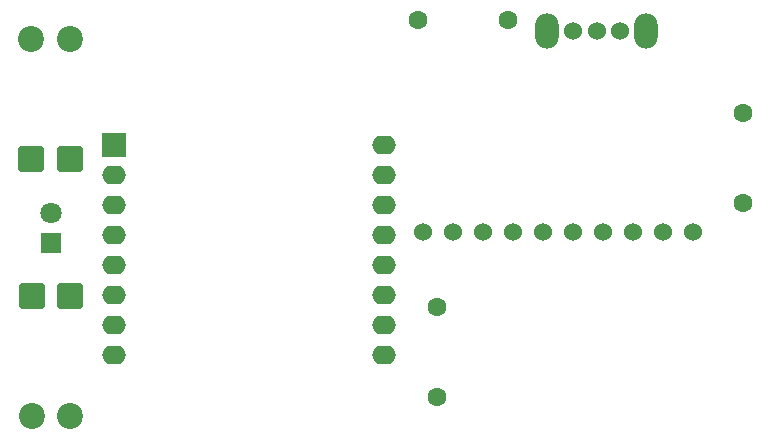
<source format=gbr>
%TF.GenerationSoftware,KiCad,Pcbnew,9.0.2*%
%TF.CreationDate,2025-06-21T17:34:22-04:00*%
%TF.ProjectId,CVISS_IMU_Tracker_Board,43564953-535f-4494-9d55-5f547261636b,rev?*%
%TF.SameCoordinates,Original*%
%TF.FileFunction,Soldermask,Bot*%
%TF.FilePolarity,Negative*%
%FSLAX46Y46*%
G04 Gerber Fmt 4.6, Leading zero omitted, Abs format (unit mm)*
G04 Created by KiCad (PCBNEW 9.0.2) date 2025-06-21 17:34:22*
%MOMM*%
%LPD*%
G01*
G04 APERTURE LIST*
G04 Aperture macros list*
%AMRoundRect*
0 Rectangle with rounded corners*
0 $1 Rounding radius*
0 $2 $3 $4 $5 $6 $7 $8 $9 X,Y pos of 4 corners*
0 Add a 4 corners polygon primitive as box body*
4,1,4,$2,$3,$4,$5,$6,$7,$8,$9,$2,$3,0*
0 Add four circle primitives for the rounded corners*
1,1,$1+$1,$2,$3*
1,1,$1+$1,$4,$5*
1,1,$1+$1,$6,$7*
1,1,$1+$1,$8,$9*
0 Add four rect primitives between the rounded corners*
20,1,$1+$1,$2,$3,$4,$5,0*
20,1,$1+$1,$4,$5,$6,$7,0*
20,1,$1+$1,$6,$7,$8,$9,0*
20,1,$1+$1,$8,$9,$2,$3,0*%
G04 Aperture macros list end*
%ADD10RoundRect,0.249999X-0.850001X0.850001X-0.850001X-0.850001X0.850001X-0.850001X0.850001X0.850001X0*%
%ADD11C,2.200000*%
%ADD12C,1.600000*%
%ADD13R,2.000000X2.000000*%
%ADD14O,2.000000X1.600000*%
%ADD15C,1.530000*%
%ADD16R,1.800000X1.800000*%
%ADD17C,1.800000*%
%ADD18RoundRect,0.249999X0.850001X-0.850001X0.850001X0.850001X-0.850001X0.850001X-0.850001X-0.850001X0*%
%ADD19O,2.000000X3.000000*%
G04 APERTURE END LIST*
D10*
%TO.C,D3*%
X128250000Y-109320000D03*
D11*
X128250000Y-119480000D03*
%TD*%
D12*
%TO.C,R2*%
X165310000Y-85950000D03*
X157690000Y-85950000D03*
%TD*%
D13*
%TO.C,U1*%
X131905000Y-96570000D03*
D14*
X131905000Y-99110000D03*
X131905000Y-101650000D03*
X131905000Y-104190000D03*
X131905000Y-106730000D03*
X131905000Y-109270000D03*
X131905000Y-111810000D03*
X131905000Y-114350000D03*
X154765000Y-114350000D03*
X154765000Y-111810000D03*
X154765000Y-109270000D03*
X154765000Y-106730000D03*
X154765000Y-104190000D03*
X154765000Y-101650000D03*
X154765000Y-99110000D03*
X154765000Y-96570000D03*
%TD*%
D15*
%TO.C,U2*%
X158120000Y-103920000D03*
X160660000Y-103920000D03*
X163200000Y-103920000D03*
X165740000Y-103920000D03*
X168280000Y-103920000D03*
X170820000Y-103920000D03*
X173360000Y-103920000D03*
X175900000Y-103920000D03*
X178440000Y-103920000D03*
X180980000Y-103920000D03*
%TD*%
D16*
%TO.C,D5*%
X126590000Y-104835000D03*
D17*
X126590000Y-102295000D03*
%TD*%
D18*
%TO.C,D1*%
X124950000Y-97790000D03*
D11*
X124950000Y-87630000D03*
%TD*%
D10*
%TO.C,D2*%
X125000000Y-109320000D03*
D11*
X125000000Y-119480000D03*
%TD*%
D12*
%TO.C,R1*%
X185220000Y-101450000D03*
X185220000Y-93830000D03*
%TD*%
%TO.C,R3*%
X159330000Y-117890000D03*
X159330000Y-110270000D03*
%TD*%
D18*
%TO.C,D4*%
X128200000Y-97790000D03*
D11*
X128200000Y-87630000D03*
%TD*%
D15*
%TO.C,SW1*%
X172800000Y-86920000D03*
X170800000Y-86920000D03*
D19*
X168650000Y-86920000D03*
D15*
X174800000Y-86920000D03*
D19*
X176950000Y-86920000D03*
%TD*%
M02*

</source>
